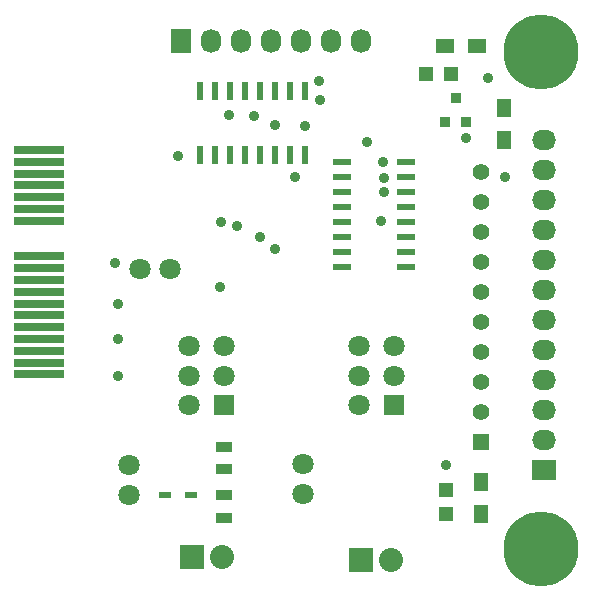
<source format=gts>
%FSLAX46Y46*%
G04 Gerber Fmt 4.6, Leading zero omitted, Abs format (unit mm)*
G04 Created by KiCad (PCBNEW (2014-10-27 BZR 5228)-product) date 29/03/2015 08:33:29*
%MOMM*%
G01*
G04 APERTURE LIST*
%ADD10C,0.100000*%
%ADD11C,6.350000*%
%ADD12R,1.397000X0.889000*%
%ADD13R,1.000760X0.599440*%
%ADD14C,1.800000*%
%ADD15R,1.800000X1.800000*%
%ADD16R,4.200000X0.700000*%
%ADD17R,1.198880X1.198880*%
%ADD18R,2.032000X2.032000*%
%ADD19O,2.032000X2.032000*%
%ADD20R,0.914400X0.914400*%
%ADD21R,1.300000X1.500000*%
%ADD22R,1.500000X1.300000*%
%ADD23R,1.397000X1.397000*%
%ADD24C,1.397000*%
%ADD25R,0.600000X1.500000*%
%ADD26R,1.500000X0.600000*%
%ADD27R,2.032000X1.727200*%
%ADD28O,2.032000X1.727200*%
%ADD29R,1.727200X2.032000*%
%ADD30O,1.727200X2.032000*%
%ADD31C,0.889000*%
G04 APERTURE END LIST*
D10*
D11*
X46050000Y-3900000D03*
X46050000Y-46000000D03*
D12*
X19250000Y-39252500D03*
X19250000Y-37347500D03*
X19250000Y-43352500D03*
X19250000Y-41447500D03*
D13*
X14250180Y-41400000D03*
X16449820Y-41400000D03*
D14*
X25950000Y-41300000D03*
X25950000Y-38760000D03*
X11150000Y-38900000D03*
X11150000Y-41440000D03*
X30650000Y-33800000D03*
X30650000Y-31300000D03*
D15*
X33650000Y-33800000D03*
D14*
X30650000Y-28800000D03*
X33650000Y-28800000D03*
X33650000Y-31300000D03*
X16250000Y-33800000D03*
X16250000Y-31300000D03*
D15*
X19250000Y-33800000D03*
D14*
X16250000Y-28800000D03*
X19250000Y-28800000D03*
X19250000Y-31300000D03*
D16*
X3550000Y-31200000D03*
X3550000Y-30200000D03*
X3550000Y-29200000D03*
X3550000Y-28200000D03*
X3550000Y-27200000D03*
X3550000Y-26200000D03*
X3550000Y-25200000D03*
X3550000Y-24200000D03*
X3550000Y-23200000D03*
X3550000Y-22200000D03*
X3550000Y-21200000D03*
X3550000Y-18200000D03*
X3550000Y-17200000D03*
X3550000Y-16200000D03*
X3550000Y-15200000D03*
X3550000Y-14200000D03*
X3550000Y-13200000D03*
X3550000Y-12200000D03*
D14*
X12100000Y-22250000D03*
X14640000Y-22250000D03*
D17*
X38050000Y-43049020D03*
X38050000Y-40950980D03*
X36300980Y-5800000D03*
X38399020Y-5800000D03*
D18*
X30850000Y-46900000D03*
D19*
X33390000Y-46900000D03*
D18*
X16550000Y-46700000D03*
D19*
X19090000Y-46700000D03*
D20*
X39739000Y-9816000D03*
X37961000Y-9816000D03*
X38850000Y-7784000D03*
D21*
X42950000Y-8650000D03*
X42950000Y-11350000D03*
X40950000Y-40350000D03*
X40950000Y-43050000D03*
D22*
X40600000Y-3400000D03*
X37900000Y-3400000D03*
D23*
X40950000Y-36930000D03*
D24*
X40950000Y-34390000D03*
X40950000Y-31850000D03*
X40950000Y-29310000D03*
X40950000Y-26770000D03*
X40950000Y-24230000D03*
X40950000Y-21690000D03*
X40950000Y-19150000D03*
X40950000Y-16610000D03*
X40950000Y-14070000D03*
D25*
X17205000Y-12600000D03*
X18475000Y-12600000D03*
X19745000Y-12600000D03*
X21015000Y-12600000D03*
X22285000Y-12600000D03*
X23555000Y-12600000D03*
X24825000Y-12600000D03*
X26095000Y-12600000D03*
X26095000Y-7200000D03*
X24825000Y-7200000D03*
X23555000Y-7200000D03*
X22285000Y-7200000D03*
X21015000Y-7200000D03*
X19745000Y-7200000D03*
X18475000Y-7200000D03*
X17205000Y-7200000D03*
D26*
X34650000Y-22145000D03*
X34650000Y-20875000D03*
X34650000Y-19605000D03*
X34650000Y-18335000D03*
X34650000Y-17065000D03*
X34650000Y-15795000D03*
X34650000Y-14525000D03*
X34650000Y-13255000D03*
X29250000Y-13255000D03*
X29250000Y-14525000D03*
X29250000Y-15795000D03*
X29250000Y-17065000D03*
X29250000Y-18335000D03*
X29250000Y-19605000D03*
X29250000Y-20875000D03*
X29250000Y-22145000D03*
D27*
X46350000Y-39300000D03*
D28*
X46350000Y-36760000D03*
X46350000Y-34220000D03*
X46350000Y-31680000D03*
X46350000Y-29140000D03*
X46350000Y-26600000D03*
X46350000Y-24060000D03*
X46350000Y-21520000D03*
X46350000Y-18980000D03*
X46350000Y-16440000D03*
X46350000Y-13900000D03*
X46350000Y-11360000D03*
D29*
X15550000Y-3000000D03*
D30*
X18090000Y-3000000D03*
X20630000Y-3000000D03*
X23170000Y-3000000D03*
X25710000Y-3000000D03*
X28250000Y-3000000D03*
X30790000Y-3000000D03*
D31*
X41550000Y-6100000D03*
X27350000Y-8000000D03*
X26050000Y-10200000D03*
X18850000Y-23800000D03*
X15350000Y-12700000D03*
X18950000Y-18300000D03*
X32750000Y-15800000D03*
X43050000Y-14500000D03*
X32750000Y-14600000D03*
X25250000Y-14500000D03*
X9950000Y-21800000D03*
X32650000Y-13200000D03*
X39750000Y-11200000D03*
X38050000Y-38900000D03*
X10250000Y-31300000D03*
X10250000Y-28200000D03*
X10250000Y-25200000D03*
X20350000Y-18600000D03*
X19650000Y-9200000D03*
X22250000Y-19600000D03*
X21750000Y-9300000D03*
X23550000Y-20600000D03*
X23555000Y-10100000D03*
X31350000Y-11500000D03*
X27250000Y-6400000D03*
X32550000Y-18200000D03*
M02*

</source>
